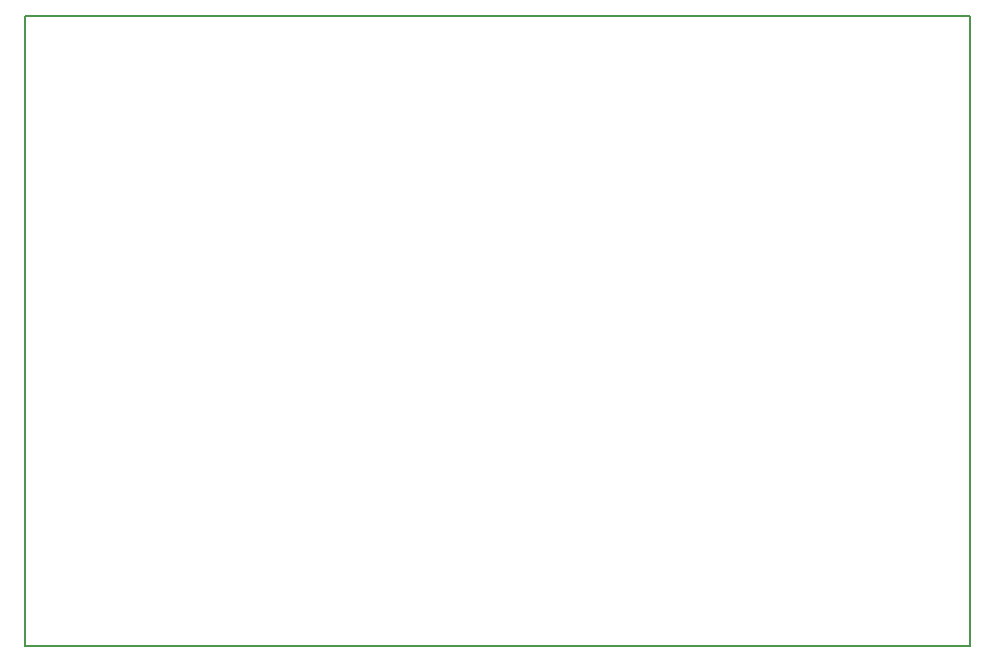
<source format=gbr>
G04 #@! TF.GenerationSoftware,KiCad,Pcbnew,(5.0.1-3-g963ef8bb5)*
G04 #@! TF.CreationDate,2019-03-07T12:24:47-08:00*
G04 #@! TF.ProjectId,Pre-amp,5072652D616D702E6B696361645F7063,rev?*
G04 #@! TF.SameCoordinates,Original*
G04 #@! TF.FileFunction,Profile,NP*
%FSLAX46Y46*%
G04 Gerber Fmt 4.6, Leading zero omitted, Abs format (unit mm)*
G04 Created by KiCad (PCBNEW (5.0.1-3-g963ef8bb5)) date Thursday, March 07, 2019 at 12:24:47 PM*
%MOMM*%
%LPD*%
G01*
G04 APERTURE LIST*
%ADD10C,0.150000*%
G04 APERTURE END LIST*
D10*
X83820000Y-101600000D02*
X163830000Y-101600000D01*
X163830000Y-48260000D02*
X163830000Y-101600000D01*
X83820000Y-101600000D02*
X83820000Y-48260000D01*
X83820000Y-48260000D02*
X163830000Y-48260000D01*
M02*

</source>
